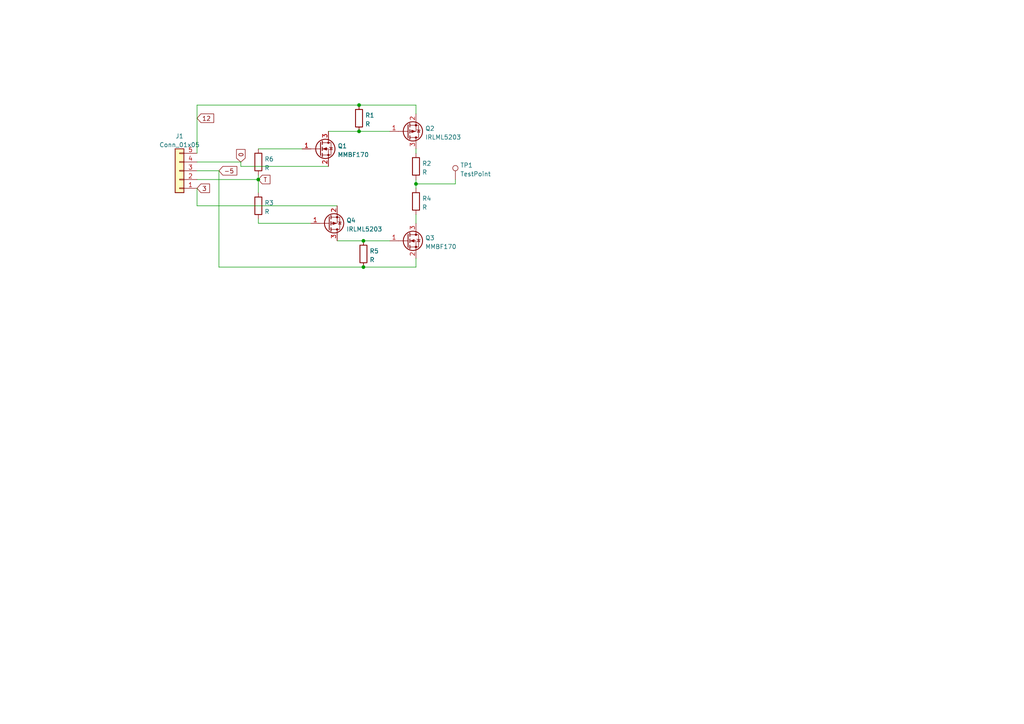
<source format=kicad_sch>
(kicad_sch (version 20211123) (generator eeschema)
  (paper "A4")
  (lib_symbols
    (symbol "Connector:TestPoint" (pin_numbers hide) (pin_names (offset 0.762) hide)
      (property "Reference" "TP" (at 0 6.858 0))
      (property "Value" "TestPoint" (at 0 5.08 0))
      (symbol "TestPoint_0_1"
        (circle (center 0 3.302) (radius 0.762))
      )
      (symbol "TestPoint_1_1"
        (pin passive line (at 0 0 90) (length 2.54) (name "1") (number "1"))
      )
    )
    (symbol "Connector_Generic:Conn_01x05" (pin_names (offset 1.016) hide)
      (property "Reference" "J" (at 0 7.62 0))
      (property "Value" "Conn_01x05" (at 0 -7.62 0))
      (symbol "Conn_01x05_1_1"
        (rectangle (start -1.27 -4.953) (end 0 -5.207) (stroke (width 0.1524)))
        (rectangle (start -1.27 -2.413) (end 0 -2.667) (stroke (width 0.1524)))
        (rectangle (start -1.27 0.127) (end 0 -0.127) (stroke (width 0.1524)))
        (rectangle (start -1.27 2.667) (end 0 2.413) (stroke (width 0.1524)))
        (rectangle (start -1.27 5.207) (end 0 4.953) (stroke (width 0.1524)))
        (rectangle (start -1.27 6.35) (end 1.27 -6.35) (stroke (width 0.254)) (fill (type background)))
        (pin passive line (at -5.08 5.08 0) (length 3.81) (name "Pin_1") (number "1"))
        (pin passive line (at -5.08 2.54 0) (length 3.81) (name "Pin_2") (number "2"))
        (pin passive line (at -5.08 0 0) (length 3.81) (name "Pin_3") (number "3"))
        (pin passive line (at -5.08 -2.54 0) (length 3.81) (name "Pin_4") (number "4"))
        (pin passive line (at -5.08 -5.08 0) (length 3.81) (name "Pin_5") (number "5"))
      )
    )
    (symbol "Device:R" (pin_numbers hide) (pin_names (offset 0))
      (property "Reference" "R" (at 2.032 0 90))
      (property "Value" "R" (at 0 0 90))
      (symbol "R_0_1"
        (rectangle (start -1.016 -2.54) (end 1.016 2.54) (stroke (width 0.254)))
      )
      (symbol "R_1_1"
        (pin passive line (at 0 3.81 270) (length 1.27) (name "~") (number "1"))
        (pin passive line (at 0 -3.81 90) (length 1.27) (name "~") (number "2"))
      )
    )
    (symbol "Transistor_FET:IRLML5203" (pin_names hide)
      (property "Reference" "Q" (at 5.08 1.905 0))
      (property "Value" "IRLML5203" (at 5.08 0 0))
      (symbol "IRLML5203_0_1"
        (polyline (pts (xy 0.254 0) (xy -2.54 0)))
        (polyline (pts (xy 0.254 1.905) (xy 0.254 -1.905)) (stroke (width 0.254)))
        (polyline (pts (xy 0.762 -1.27) (xy 0.762 -2.286)) (stroke (width 0.254)))
        (polyline (pts (xy 0.762 0.508) (xy 0.762 -0.508)) (stroke (width 0.254)))
        (polyline (pts (xy 0.762 2.286) (xy 0.762 1.27)) (stroke (width 0.254)))
        (polyline (pts (xy 2.54 2.54) (xy 2.54 1.778)))
        (polyline (pts (xy 2.54 -2.54) (xy 2.54 0) (xy 0.762 0)))
        (polyline (pts (xy 0.762 1.778) (xy 3.302 1.778) (xy 3.302 -1.778) (xy 0.762 -1.778)))
        (polyline (pts (xy 2.286 0) (xy 1.27 0.381) (xy 1.27 -0.381) (xy 2.286 0)) (fill (type outline)))
        (polyline (pts (xy 2.794 -0.508) (xy 2.921 -0.381) (xy 3.683 -0.381) (xy 3.81 -0.254)))
        (polyline (pts (xy 3.302 -0.381) (xy 2.921 0.254) (xy 3.683 0.254) (xy 3.302 -0.381)))
        (circle (center 1.651 0) (radius 2.794) (stroke (width 0.254)))
        (circle (center 2.54 -1.778) (radius 0.254) (fill (type outline)))
        (circle (center 2.54 1.778) (radius 0.254) (fill (type outline)))
      )
      (symbol "IRLML5203_1_1"
        (pin input line (at -5.08 0 0) (length 2.54) (name "G") (number "1"))
        (pin passive line (at 2.54 -5.08 90) (length 2.54) (name "S") (number "2"))
        (pin passive line (at 2.54 5.08 270) (length 2.54) (name "D") (number "3"))
      )
    )
    (symbol "Transistor_FET:MMBF170" (pin_names hide)
      (property "Reference" "Q" (at 5.08 1.905 0))
      (property "Value" "MMBF170" (at 5.08 0 0))
      (symbol "MMBF170_0_1"
        (polyline (pts (xy 0.254 0) (xy -2.54 0)))
        (polyline (pts (xy 0.254 1.905) (xy 0.254 -1.905)) (stroke (width 0.254)))
        (polyline (pts (xy 0.762 -1.27) (xy 0.762 -2.286)) (stroke (width 0.254)))
        (polyline (pts (xy 0.762 0.508) (xy 0.762 -0.508)) (stroke (width 0.254)))
        (polyline (pts (xy 0.762 2.286) (xy 0.762 1.27)) (stroke (width 0.254)))
        (polyline (pts (xy 2.54 2.54) (xy 2.54 1.778)))
        (polyline (pts (xy 2.54 -2.54) (xy 2.54 0) (xy 0.762 0)))
        (polyline (pts (xy 0.762 -1.778) (xy 3.302 -1.778) (xy 3.302 1.778) (xy 0.762 1.778)))
        (polyline (pts (xy 1.016 0) (xy 2.032 0.381) (xy 2.032 -0.381) (xy 1.016 0)) (fill (type outline)))
        (polyline (pts (xy 2.794 0.508) (xy 2.921 0.381) (xy 3.683 0.381) (xy 3.81 0.254)))
        (polyline (pts (xy 3.302 0.381) (xy 2.921 -0.254) (xy 3.683 -0.254) (xy 3.302 0.381)))
        (circle (center 1.651 0) (radius 2.794) (stroke (width 0.254)))
        (circle (center 2.54 -1.778) (radius 0.254) (fill (type outline)))
        (circle (center 2.54 1.778) (radius 0.254) (fill (type outline)))
      )
      (symbol "MMBF170_1_1"
        (pin input line (at -5.08 0 0) (length 2.54) (name "G") (number "1"))
        (pin passive line (at 2.54 -5.08 90) (length 2.54) (name "S") (number "2"))
        (pin passive line (at 2.54 5.08 270) (length 2.54) (name "D") (number "3"))
      )
    )
  )
  (junction (at 105.41 77.47))
  (junction (at 104.14 38.1))
  (junction (at 120.65 53.34))
  (junction (at 74.93 52.07))
  (junction (at 105.41 69.85))
  (junction (at 104.14 30.48))
  (wire (pts (xy 57.15 49.53) (xy 63.5 49.53)))
  (wire (pts (xy 105.41 77.47) (xy 120.65 77.47)))
  (wire (pts (xy 97.79 69.85) (xy 105.41 69.85)))
  (wire (pts (xy 74.93 52.07) (xy 74.93 55.88)))
  (wire (pts (xy 63.5 49.53) (xy 63.5 77.47)))
  (wire (pts (xy 132.08 53.34) (xy 132.08 52.07)))
  (wire (pts (xy 57.15 59.69) (xy 97.79 59.69)))
  (wire (pts (xy 105.41 69.85) (xy 113.03 69.85)))
  (wire (pts (xy 74.93 43.18) (xy 87.63 43.18)))
  (wire (pts (xy 74.93 64.77) (xy 90.17 64.77)))
  (wire (pts (xy 57.15 44.45) (xy 57.15 30.48)))
  (wire (pts (xy 69.85 48.26) (xy 95.25 48.26)))
  (wire (pts (xy 104.14 38.1) (xy 113.03 38.1)))
  (wire (pts (xy 57.15 46.99) (xy 69.85 46.99)))
  (wire (pts (xy 120.65 53.34) (xy 120.65 54.61)))
  (wire (pts (xy 74.93 64.77) (xy 74.93 63.5)))
  (wire (pts (xy 57.15 59.69) (xy 57.15 54.61)))
  (wire (pts (xy 63.5 77.47) (xy 105.41 77.47)))
  (wire (pts (xy 120.65 30.48) (xy 120.65 33.02)))
  (wire (pts (xy 57.15 52.07) (xy 74.93 52.07)))
  (wire (pts (xy 104.14 30.48) (xy 120.65 30.48)))
  (wire (pts (xy 69.85 48.26) (xy 69.85 46.99)))
  (wire (pts (xy 120.65 74.93) (xy 120.65 77.47)))
  (wire (pts (xy 120.65 43.18) (xy 120.65 44.45)))
  (wire (pts (xy 120.65 62.23) (xy 120.65 64.77)))
  (wire (pts (xy 74.93 50.8) (xy 74.93 52.07)))
  (wire (pts (xy 120.65 53.34) (xy 132.08 53.34)))
  (wire (pts (xy 57.15 30.48) (xy 104.14 30.48)))
  (wire (pts (xy 95.25 38.1) (xy 104.14 38.1)))
  (wire (pts (xy 120.65 52.07) (xy 120.65 53.34)))
  (global_label "T" (shape input) (at 74.93 52.07 0) (property "Intersheet References" "${INTERSHEET_REFS}" (effects hide)))
  (global_label "12" (shape input) (at 57.15 34.29 0) (property "Intersheet References" "${INTERSHEET_REFS}" (effects hide)))
  (global_label "-5" (shape input) (at 63.5 49.53 0) (property "Intersheet References" "${INTERSHEET_REFS}" (effects hide)))
  (global_label "3" (shape input) (at 57.15 54.61 0) (property "Intersheet References" "${INTERSHEET_REFS}" (effects hide)))
  (global_label "0" (shape input) (at 69.85 46.99 90) (property "Intersheet References" "${INTERSHEET_REFS}" (effects hide)))
  (symbol (lib_id "Transistor_FET:MMBF170") (at 92.71 43.18 0) (unit 1)
    (property "Reference" "Q1" (at 97.917 42.3453 0) (effects (justify left)))
    (property "Value" "MMBF170" (at 97.917 44.8822 0) (effects (justify left)))
    (property "Footprint" "Package_TO_SOT_SMD:SOT-23" (effects hide))
    (property "Datasheet" "https://www.diodes.com/assets/Datasheets/ds30104.pdf" (effects hide))
  )
  (symbol (lib_id "Connector_Generic:Conn_01x05") (at 52.07 49.53 180) (unit 1)
    (property "Reference" "J1" (at 52.07 39.4802 0))
    (property "Value" "Conn_01x05" (at 52.07 42.0171 0))
    (property "Footprint" "Connector_JST:JST_PH_B5B-PH-K_1x05_P2.00mm_Vertical" (effects hide))
  )
  (symbol (lib_id "Transistor_FET:IRLML5203") (at 95.25 64.77 0) (mirror x) (unit 1)
    (property "Reference" "Q4" (at 100.457 63.9353 0) (effects (justify left)))
    (property "Value" "IRLML5203" (at 100.457 66.4722 0) (effects (justify left)))
    (property "Footprint" "Package_TO_SOT_SMD:SOT-23" (effects hide))
    (property "Datasheet" "https://www.infineon.com/dgdl/irlml5203pbf.pdf?fileId=5546d462533600a40153566868da261d" (effects hide))
  )
  (symbol (lib_id "Device:R") (at 105.41 73.66 0) (unit 1)
    (property "Reference" "R5" (at 107.188 72.8253 0) (effects (justify left)))
    (property "Value" "R" (at 107.188 75.3622 0) (effects (justify left)))
    (property "Footprint" "Resistor_SMD:R_1206_3216Metric" (effects hide))
  )
  (symbol (lib_id "Device:R") (at 120.65 48.26 0) (unit 1)
    (property "Reference" "R2" (at 122.428 47.4253 0) (effects (justify left)))
    (property "Value" "R" (at 122.428 49.9622 0) (effects (justify left)))
    (property "Footprint" "Resistor_SMD:R_1206_3216Metric" (effects hide))
  )
  (symbol (lib_id "Device:R") (at 74.93 46.99 180) (unit 1)
    (property "Reference" "R6" (at 76.708 46.1553 0) (effects (justify right)))
    (property "Value" "R" (at 76.708 48.6922 0) (effects (justify right)))
    (property "Footprint" "Resistor_SMD:R_1206_3216Metric" (effects hide))
  )
  (symbol (lib_id "Device:R") (at 120.65 58.42 0) (unit 1)
    (property "Reference" "R4" (at 122.428 57.5853 0) (effects (justify left)))
    (property "Value" "R" (at 122.428 60.1222 0) (effects (justify left)))
    (property "Footprint" "Resistor_SMD:R_1206_3216Metric" (effects hide))
  )
  (symbol (lib_id "Device:R") (at 104.14 34.29 0) (unit 1)
    (property "Reference" "R1" (at 105.918 33.4553 0) (effects (justify left)))
    (property "Value" "R" (at 105.918 35.9922 0) (effects (justify left)))
    (property "Footprint" "Resistor_SMD:R_1206_3216Metric" (effects hide))
  )
  (symbol (lib_id "Device:R") (at 74.93 59.69 180) (unit 1)
    (property "Reference" "R3" (at 76.708 58.8553 0) (effects (justify right)))
    (property "Value" "R" (at 76.708 61.3922 0) (effects (justify right)))
    (property "Footprint" "Resistor_SMD:R_1206_3216Metric" (effects hide))
  )
  (symbol (lib_id "Transistor_FET:MMBF170") (at 118.11 69.85 0) (unit 1)
    (property "Reference" "Q3" (at 123.317 69.0153 0) (effects (justify left)))
    (property "Value" "MMBF170" (at 123.317 71.5522 0) (effects (justify left)))
    (property "Footprint" "Package_TO_SOT_SMD:SOT-23" (effects hide))
    (property "Datasheet" "https://www.diodes.com/assets/Datasheets/ds30104.pdf" (effects hide))
  )
  (symbol (lib_id "Transistor_FET:IRLML5203") (at 118.11 38.1 0) (mirror x) (unit 1)
    (property "Reference" "Q2" (at 123.317 37.2653 0) (effects (justify left)))
    (property "Value" "IRLML5203" (at 123.317 39.8022 0) (effects (justify left)))
    (property "Footprint" "Package_TO_SOT_SMD:SOT-23" (effects hide))
    (property "Datasheet" "https://www.infineon.com/dgdl/irlml5203pbf.pdf?fileId=5546d462533600a40153566868da261d" (effects hide))
  )
  (symbol (lib_id "Connector:TestPoint") (at 132.08 52.07 0) (unit 1)
    (property "Reference" "TP1" (at 133.477 47.9333 0) (effects (justify left)))
    (property "Value" "TestPoint" (at 133.477 50.4702 0) (effects (justify left)))
    (property "Footprint" "Connector_Pin:Pin_D0.7mm_L6.5mm_W1.8mm_FlatFork" (effects hide))
  )
)
</source>
